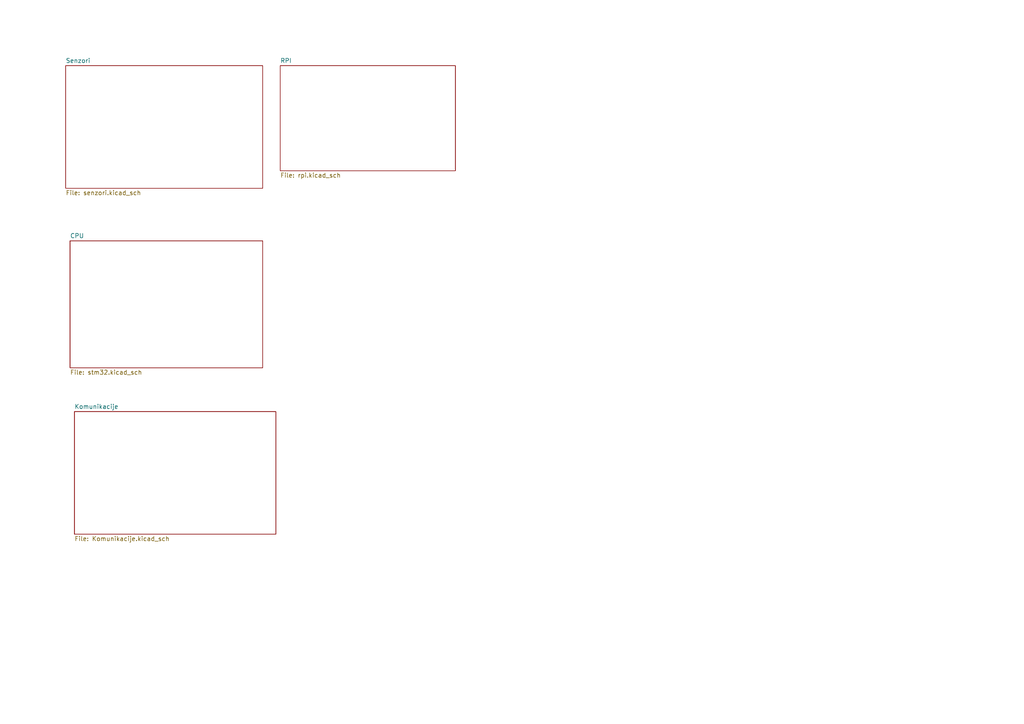
<source format=kicad_sch>
(kicad_sch
	(version 20250114)
	(generator "eeschema")
	(generator_version "9.0")
	(uuid "38ef5478-8cbc-4f11-847b-fee2217190bd")
	(paper "A4")
	(title_block
		(title "ELEKvadar 2 - Sistem 1")
		(date "2025-05-30")
		(rev "0.0.1")
		(company "Seminar Elektronike u Istazivackoj stanici Petnica")
	)
	(lib_symbols)
	(sheet
		(at 21.59 119.38)
		(size 58.42 35.56)
		(exclude_from_sim no)
		(in_bom yes)
		(on_board yes)
		(dnp no)
		(fields_autoplaced yes)
		(stroke
			(width 0.1524)
			(type solid)
		)
		(fill
			(color 0 0 0 0.0000)
		)
		(uuid "061ed5c1-ba22-44cf-84b0-9c752fc6a4a6")
		(property "Sheetname" "Komunikacije"
			(at 21.59 118.6684 0)
			(effects
				(font
					(size 1.27 1.27)
				)
				(justify left bottom)
			)
		)
		(property "Sheetfile" "Komunikacije.kicad_sch"
			(at 21.59 155.5246 0)
			(effects
				(font
					(size 1.27 1.27)
				)
				(justify left top)
			)
		)
		(instances
			(project "SYS1"
				(path "/38ef5478-8cbc-4f11-847b-fee2217190bd"
					(page "2")
				)
			)
		)
	)
	(sheet
		(at 20.32 69.85)
		(size 55.88 36.83)
		(exclude_from_sim no)
		(in_bom yes)
		(on_board yes)
		(dnp no)
		(fields_autoplaced yes)
		(stroke
			(width 0.1524)
			(type solid)
		)
		(fill
			(color 0 0 0 0.0000)
		)
		(uuid "73c5ae4b-9d37-4a44-8cc6-6dc284ef9990")
		(property "Sheetname" "CPU"
			(at 20.32 69.1384 0)
			(effects
				(font
					(size 1.27 1.27)
				)
				(justify left bottom)
			)
		)
		(property "Sheetfile" "stm32.kicad_sch"
			(at 20.32 107.2646 0)
			(effects
				(font
					(size 1.27 1.27)
				)
				(justify left top)
			)
		)
		(instances
			(project "SYS1"
				(path "/38ef5478-8cbc-4f11-847b-fee2217190bd"
					(page "3")
				)
			)
		)
	)
	(sheet
		(at 19.05 19.05)
		(size 57.15 35.56)
		(exclude_from_sim no)
		(in_bom yes)
		(on_board yes)
		(dnp no)
		(fields_autoplaced yes)
		(stroke
			(width 0.1524)
			(type solid)
		)
		(fill
			(color 0 0 0 0.0000)
		)
		(uuid "8283abdf-19df-4586-92ec-6b4505a24149")
		(property "Sheetname" "Senzori"
			(at 19.05 18.3384 0)
			(effects
				(font
					(size 1.27 1.27)
				)
				(justify left bottom)
			)
		)
		(property "Sheetfile" "senzori.kicad_sch"
			(at 19.05 55.1946 0)
			(effects
				(font
					(size 1.27 1.27)
				)
				(justify left top)
			)
		)
		(instances
			(project "SYS1"
				(path "/38ef5478-8cbc-4f11-847b-fee2217190bd"
					(page "4")
				)
			)
		)
	)
	(sheet
		(at 81.28 19.05)
		(size 50.8 30.48)
		(exclude_from_sim no)
		(in_bom yes)
		(on_board yes)
		(dnp no)
		(fields_autoplaced yes)
		(stroke
			(width 0.1524)
			(type solid)
		)
		(fill
			(color 0 0 0 0.0000)
		)
		(uuid "84d9889a-c88c-49b5-af8d-2c98fb019d44")
		(property "Sheetname" "RPI"
			(at 81.28 18.3384 0)
			(effects
				(font
					(size 1.27 1.27)
				)
				(justify left bottom)
			)
		)
		(property "Sheetfile" "rpi.kicad_sch"
			(at 81.28 50.1146 0)
			(effects
				(font
					(size 1.27 1.27)
				)
				(justify left top)
			)
		)
		(instances
			(project "SYS1"
				(path "/38ef5478-8cbc-4f11-847b-fee2217190bd"
					(page "5")
				)
			)
		)
	)
	(sheet_instances
		(path "/"
			(page "1")
		)
	)
	(embedded_fonts no)
)

</source>
